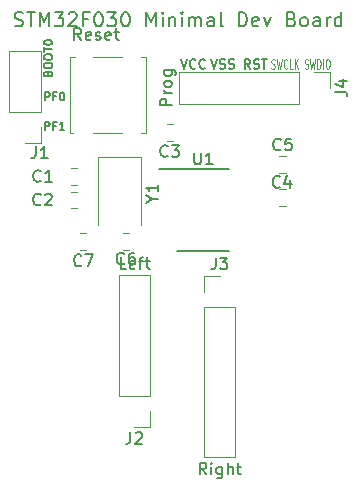
<source format=gbr>
G04 #@! TF.GenerationSoftware,KiCad,Pcbnew,5.1.2*
G04 #@! TF.CreationDate,2019-05-06T18:14:36-05:00*
G04 #@! TF.ProjectId,STM32F030Minimal,53544d33-3246-4303-9330-4d696e696d61,rev?*
G04 #@! TF.SameCoordinates,Original*
G04 #@! TF.FileFunction,Legend,Top*
G04 #@! TF.FilePolarity,Positive*
%FSLAX46Y46*%
G04 Gerber Fmt 4.6, Leading zero omitted, Abs format (unit mm)*
G04 Created by KiCad (PCBNEW 5.1.2) date 2019-05-06 18:14:36*
%MOMM*%
%LPD*%
G04 APERTURE LIST*
%ADD10C,0.150000*%
%ADD11C,0.125000*%
%ADD12C,0.120000*%
G04 APERTURE END LIST*
D10*
X148433333Y-64066666D02*
X148433333Y-63366666D01*
X148700000Y-63366666D01*
X148766666Y-63400000D01*
X148800000Y-63433333D01*
X148833333Y-63500000D01*
X148833333Y-63600000D01*
X148800000Y-63666666D01*
X148766666Y-63700000D01*
X148700000Y-63733333D01*
X148433333Y-63733333D01*
X149366666Y-63700000D02*
X149133333Y-63700000D01*
X149133333Y-64066666D02*
X149133333Y-63366666D01*
X149466666Y-63366666D01*
X150100000Y-64066666D02*
X149700000Y-64066666D01*
X149900000Y-64066666D02*
X149900000Y-63366666D01*
X149833333Y-63466666D01*
X149766666Y-63533333D01*
X149700000Y-63566666D01*
X148433333Y-61566666D02*
X148433333Y-60866666D01*
X148700000Y-60866666D01*
X148766666Y-60900000D01*
X148800000Y-60933333D01*
X148833333Y-61000000D01*
X148833333Y-61100000D01*
X148800000Y-61166666D01*
X148766666Y-61200000D01*
X148700000Y-61233333D01*
X148433333Y-61233333D01*
X149366666Y-61200000D02*
X149133333Y-61200000D01*
X149133333Y-61566666D02*
X149133333Y-60866666D01*
X149466666Y-60866666D01*
X149866666Y-60866666D02*
X149933333Y-60866666D01*
X150000000Y-60900000D01*
X150033333Y-60933333D01*
X150066666Y-61000000D01*
X150100000Y-61133333D01*
X150100000Y-61300000D01*
X150066666Y-61433333D01*
X150033333Y-61500000D01*
X150000000Y-61533333D01*
X149933333Y-61566666D01*
X149866666Y-61566666D01*
X149800000Y-61533333D01*
X149766666Y-61500000D01*
X149733333Y-61433333D01*
X149700000Y-61300000D01*
X149700000Y-61133333D01*
X149733333Y-61000000D01*
X149766666Y-60933333D01*
X149800000Y-60900000D01*
X149866666Y-60866666D01*
X148700000Y-59283333D02*
X148733333Y-59183333D01*
X148766666Y-59150000D01*
X148833333Y-59116666D01*
X148933333Y-59116666D01*
X149000000Y-59150000D01*
X149033333Y-59183333D01*
X149066666Y-59250000D01*
X149066666Y-59516666D01*
X148366666Y-59516666D01*
X148366666Y-59283333D01*
X148400000Y-59216666D01*
X148433333Y-59183333D01*
X148500000Y-59150000D01*
X148566666Y-59150000D01*
X148633333Y-59183333D01*
X148666666Y-59216666D01*
X148700000Y-59283333D01*
X148700000Y-59516666D01*
X148366666Y-58683333D02*
X148366666Y-58550000D01*
X148400000Y-58483333D01*
X148466666Y-58416666D01*
X148600000Y-58383333D01*
X148833333Y-58383333D01*
X148966666Y-58416666D01*
X149033333Y-58483333D01*
X149066666Y-58550000D01*
X149066666Y-58683333D01*
X149033333Y-58750000D01*
X148966666Y-58816666D01*
X148833333Y-58850000D01*
X148600000Y-58850000D01*
X148466666Y-58816666D01*
X148400000Y-58750000D01*
X148366666Y-58683333D01*
X148366666Y-57950000D02*
X148366666Y-57816666D01*
X148400000Y-57750000D01*
X148466666Y-57683333D01*
X148600000Y-57650000D01*
X148833333Y-57650000D01*
X148966666Y-57683333D01*
X149033333Y-57750000D01*
X149066666Y-57816666D01*
X149066666Y-57950000D01*
X149033333Y-58016666D01*
X148966666Y-58083333D01*
X148833333Y-58116666D01*
X148600000Y-58116666D01*
X148466666Y-58083333D01*
X148400000Y-58016666D01*
X148366666Y-57950000D01*
X148366666Y-57450000D02*
X148366666Y-57050000D01*
X149066666Y-57250000D02*
X148366666Y-57250000D01*
X148366666Y-56683333D02*
X148366666Y-56616666D01*
X148400000Y-56550000D01*
X148433333Y-56516666D01*
X148500000Y-56483333D01*
X148633333Y-56450000D01*
X148800000Y-56450000D01*
X148933333Y-56483333D01*
X149000000Y-56516666D01*
X149033333Y-56550000D01*
X149066666Y-56616666D01*
X149066666Y-56683333D01*
X149033333Y-56750000D01*
X149000000Y-56783333D01*
X148933333Y-56816666D01*
X148800000Y-56850000D01*
X148633333Y-56850000D01*
X148500000Y-56816666D01*
X148433333Y-56783333D01*
X148400000Y-56750000D01*
X148366666Y-56683333D01*
D11*
X170440476Y-58823809D02*
X170511904Y-58861904D01*
X170630952Y-58861904D01*
X170678571Y-58823809D01*
X170702380Y-58785714D01*
X170726190Y-58709523D01*
X170726190Y-58633333D01*
X170702380Y-58557142D01*
X170678571Y-58519047D01*
X170630952Y-58480952D01*
X170535714Y-58442857D01*
X170488095Y-58404761D01*
X170464285Y-58366666D01*
X170440476Y-58290476D01*
X170440476Y-58214285D01*
X170464285Y-58138095D01*
X170488095Y-58100000D01*
X170535714Y-58061904D01*
X170654761Y-58061904D01*
X170726190Y-58100000D01*
X170892857Y-58061904D02*
X171011904Y-58861904D01*
X171107142Y-58290476D01*
X171202380Y-58861904D01*
X171321428Y-58061904D01*
X171511904Y-58861904D02*
X171511904Y-58061904D01*
X171630952Y-58061904D01*
X171702380Y-58100000D01*
X171750000Y-58176190D01*
X171773809Y-58252380D01*
X171797619Y-58404761D01*
X171797619Y-58519047D01*
X171773809Y-58671428D01*
X171750000Y-58747619D01*
X171702380Y-58823809D01*
X171630952Y-58861904D01*
X171511904Y-58861904D01*
X172011904Y-58861904D02*
X172011904Y-58061904D01*
X172345238Y-58061904D02*
X172440476Y-58061904D01*
X172488095Y-58100000D01*
X172535714Y-58176190D01*
X172559523Y-58328571D01*
X172559523Y-58595238D01*
X172535714Y-58747619D01*
X172488095Y-58823809D01*
X172440476Y-58861904D01*
X172345238Y-58861904D01*
X172297619Y-58823809D01*
X172250000Y-58747619D01*
X172226190Y-58595238D01*
X172226190Y-58328571D01*
X172250000Y-58176190D01*
X172297619Y-58100000D01*
X172345238Y-58061904D01*
X167619047Y-58823809D02*
X167690476Y-58861904D01*
X167809523Y-58861904D01*
X167857142Y-58823809D01*
X167880952Y-58785714D01*
X167904761Y-58709523D01*
X167904761Y-58633333D01*
X167880952Y-58557142D01*
X167857142Y-58519047D01*
X167809523Y-58480952D01*
X167714285Y-58442857D01*
X167666666Y-58404761D01*
X167642857Y-58366666D01*
X167619047Y-58290476D01*
X167619047Y-58214285D01*
X167642857Y-58138095D01*
X167666666Y-58100000D01*
X167714285Y-58061904D01*
X167833333Y-58061904D01*
X167904761Y-58100000D01*
X168071428Y-58061904D02*
X168190476Y-58861904D01*
X168285714Y-58290476D01*
X168380952Y-58861904D01*
X168500000Y-58061904D01*
X168976190Y-58785714D02*
X168952380Y-58823809D01*
X168880952Y-58861904D01*
X168833333Y-58861904D01*
X168761904Y-58823809D01*
X168714285Y-58747619D01*
X168690476Y-58671428D01*
X168666666Y-58519047D01*
X168666666Y-58404761D01*
X168690476Y-58252380D01*
X168714285Y-58176190D01*
X168761904Y-58100000D01*
X168833333Y-58061904D01*
X168880952Y-58061904D01*
X168952380Y-58100000D01*
X168976190Y-58138095D01*
X169428571Y-58861904D02*
X169190476Y-58861904D01*
X169190476Y-58061904D01*
X169595238Y-58861904D02*
X169595238Y-58061904D01*
X169880952Y-58861904D02*
X169666666Y-58404761D01*
X169880952Y-58061904D02*
X169595238Y-58519047D01*
D10*
X165811904Y-58861904D02*
X165545238Y-58480952D01*
X165354761Y-58861904D02*
X165354761Y-58061904D01*
X165659523Y-58061904D01*
X165735714Y-58100000D01*
X165773809Y-58138095D01*
X165811904Y-58214285D01*
X165811904Y-58328571D01*
X165773809Y-58404761D01*
X165735714Y-58442857D01*
X165659523Y-58480952D01*
X165354761Y-58480952D01*
X166116666Y-58823809D02*
X166230952Y-58861904D01*
X166421428Y-58861904D01*
X166497619Y-58823809D01*
X166535714Y-58785714D01*
X166573809Y-58709523D01*
X166573809Y-58633333D01*
X166535714Y-58557142D01*
X166497619Y-58519047D01*
X166421428Y-58480952D01*
X166269047Y-58442857D01*
X166192857Y-58404761D01*
X166154761Y-58366666D01*
X166116666Y-58290476D01*
X166116666Y-58214285D01*
X166154761Y-58138095D01*
X166192857Y-58100000D01*
X166269047Y-58061904D01*
X166459523Y-58061904D01*
X166573809Y-58100000D01*
X166802380Y-58061904D02*
X167259523Y-58061904D01*
X167030952Y-58861904D02*
X167030952Y-58061904D01*
X162471428Y-58061904D02*
X162738095Y-58861904D01*
X163004761Y-58061904D01*
X163233333Y-58823809D02*
X163347619Y-58861904D01*
X163538095Y-58861904D01*
X163614285Y-58823809D01*
X163652380Y-58785714D01*
X163690476Y-58709523D01*
X163690476Y-58633333D01*
X163652380Y-58557142D01*
X163614285Y-58519047D01*
X163538095Y-58480952D01*
X163385714Y-58442857D01*
X163309523Y-58404761D01*
X163271428Y-58366666D01*
X163233333Y-58290476D01*
X163233333Y-58214285D01*
X163271428Y-58138095D01*
X163309523Y-58100000D01*
X163385714Y-58061904D01*
X163576190Y-58061904D01*
X163690476Y-58100000D01*
X163995238Y-58823809D02*
X164109523Y-58861904D01*
X164300000Y-58861904D01*
X164376190Y-58823809D01*
X164414285Y-58785714D01*
X164452380Y-58709523D01*
X164452380Y-58633333D01*
X164414285Y-58557142D01*
X164376190Y-58519047D01*
X164300000Y-58480952D01*
X164147619Y-58442857D01*
X164071428Y-58404761D01*
X164033333Y-58366666D01*
X163995238Y-58290476D01*
X163995238Y-58214285D01*
X164033333Y-58138095D01*
X164071428Y-58100000D01*
X164147619Y-58061904D01*
X164338095Y-58061904D01*
X164452380Y-58100000D01*
X159933333Y-58061904D02*
X160200000Y-58861904D01*
X160466666Y-58061904D01*
X161190476Y-58785714D02*
X161152380Y-58823809D01*
X161038095Y-58861904D01*
X160961904Y-58861904D01*
X160847619Y-58823809D01*
X160771428Y-58747619D01*
X160733333Y-58671428D01*
X160695238Y-58519047D01*
X160695238Y-58404761D01*
X160733333Y-58252380D01*
X160771428Y-58176190D01*
X160847619Y-58100000D01*
X160961904Y-58061904D01*
X161038095Y-58061904D01*
X161152380Y-58100000D01*
X161190476Y-58138095D01*
X161990476Y-58785714D02*
X161952380Y-58823809D01*
X161838095Y-58861904D01*
X161761904Y-58861904D01*
X161647619Y-58823809D01*
X161571428Y-58747619D01*
X161533333Y-58671428D01*
X161495238Y-58519047D01*
X161495238Y-58404761D01*
X161533333Y-58252380D01*
X161571428Y-58176190D01*
X161647619Y-58100000D01*
X161761904Y-58061904D01*
X161838095Y-58061904D01*
X161952380Y-58100000D01*
X161990476Y-58138095D01*
X145892857Y-55235714D02*
X146064285Y-55292857D01*
X146350000Y-55292857D01*
X146464285Y-55235714D01*
X146521428Y-55178571D01*
X146578571Y-55064285D01*
X146578571Y-54950000D01*
X146521428Y-54835714D01*
X146464285Y-54778571D01*
X146350000Y-54721428D01*
X146121428Y-54664285D01*
X146007142Y-54607142D01*
X145950000Y-54550000D01*
X145892857Y-54435714D01*
X145892857Y-54321428D01*
X145950000Y-54207142D01*
X146007142Y-54150000D01*
X146121428Y-54092857D01*
X146407142Y-54092857D01*
X146578571Y-54150000D01*
X146921428Y-54092857D02*
X147607142Y-54092857D01*
X147264285Y-55292857D02*
X147264285Y-54092857D01*
X148007142Y-55292857D02*
X148007142Y-54092857D01*
X148407142Y-54950000D01*
X148807142Y-54092857D01*
X148807142Y-55292857D01*
X149264285Y-54092857D02*
X150007142Y-54092857D01*
X149607142Y-54550000D01*
X149778571Y-54550000D01*
X149892857Y-54607142D01*
X149950000Y-54664285D01*
X150007142Y-54778571D01*
X150007142Y-55064285D01*
X149950000Y-55178571D01*
X149892857Y-55235714D01*
X149778571Y-55292857D01*
X149435714Y-55292857D01*
X149321428Y-55235714D01*
X149264285Y-55178571D01*
X150464285Y-54207142D02*
X150521428Y-54150000D01*
X150635714Y-54092857D01*
X150921428Y-54092857D01*
X151035714Y-54150000D01*
X151092857Y-54207142D01*
X151150000Y-54321428D01*
X151150000Y-54435714D01*
X151092857Y-54607142D01*
X150407142Y-55292857D01*
X151150000Y-55292857D01*
X152064285Y-54664285D02*
X151664285Y-54664285D01*
X151664285Y-55292857D02*
X151664285Y-54092857D01*
X152235714Y-54092857D01*
X152921428Y-54092857D02*
X153035714Y-54092857D01*
X153150000Y-54150000D01*
X153207142Y-54207142D01*
X153264285Y-54321428D01*
X153321428Y-54550000D01*
X153321428Y-54835714D01*
X153264285Y-55064285D01*
X153207142Y-55178571D01*
X153150000Y-55235714D01*
X153035714Y-55292857D01*
X152921428Y-55292857D01*
X152807142Y-55235714D01*
X152750000Y-55178571D01*
X152692857Y-55064285D01*
X152635714Y-54835714D01*
X152635714Y-54550000D01*
X152692857Y-54321428D01*
X152750000Y-54207142D01*
X152807142Y-54150000D01*
X152921428Y-54092857D01*
X153721428Y-54092857D02*
X154464285Y-54092857D01*
X154064285Y-54550000D01*
X154235714Y-54550000D01*
X154350000Y-54607142D01*
X154407142Y-54664285D01*
X154464285Y-54778571D01*
X154464285Y-55064285D01*
X154407142Y-55178571D01*
X154350000Y-55235714D01*
X154235714Y-55292857D01*
X153892857Y-55292857D01*
X153778571Y-55235714D01*
X153721428Y-55178571D01*
X155207142Y-54092857D02*
X155321428Y-54092857D01*
X155435714Y-54150000D01*
X155492857Y-54207142D01*
X155550000Y-54321428D01*
X155607142Y-54550000D01*
X155607142Y-54835714D01*
X155550000Y-55064285D01*
X155492857Y-55178571D01*
X155435714Y-55235714D01*
X155321428Y-55292857D01*
X155207142Y-55292857D01*
X155092857Y-55235714D01*
X155035714Y-55178571D01*
X154978571Y-55064285D01*
X154921428Y-54835714D01*
X154921428Y-54550000D01*
X154978571Y-54321428D01*
X155035714Y-54207142D01*
X155092857Y-54150000D01*
X155207142Y-54092857D01*
X157035714Y-55292857D02*
X157035714Y-54092857D01*
X157435714Y-54950000D01*
X157835714Y-54092857D01*
X157835714Y-55292857D01*
X158407142Y-55292857D02*
X158407142Y-54492857D01*
X158407142Y-54092857D02*
X158350000Y-54150000D01*
X158407142Y-54207142D01*
X158464285Y-54150000D01*
X158407142Y-54092857D01*
X158407142Y-54207142D01*
X158978571Y-54492857D02*
X158978571Y-55292857D01*
X158978571Y-54607142D02*
X159035714Y-54550000D01*
X159150000Y-54492857D01*
X159321428Y-54492857D01*
X159435714Y-54550000D01*
X159492857Y-54664285D01*
X159492857Y-55292857D01*
X160064285Y-55292857D02*
X160064285Y-54492857D01*
X160064285Y-54092857D02*
X160007142Y-54150000D01*
X160064285Y-54207142D01*
X160121428Y-54150000D01*
X160064285Y-54092857D01*
X160064285Y-54207142D01*
X160635714Y-55292857D02*
X160635714Y-54492857D01*
X160635714Y-54607142D02*
X160692857Y-54550000D01*
X160807142Y-54492857D01*
X160978571Y-54492857D01*
X161092857Y-54550000D01*
X161150000Y-54664285D01*
X161150000Y-55292857D01*
X161150000Y-54664285D02*
X161207142Y-54550000D01*
X161321428Y-54492857D01*
X161492857Y-54492857D01*
X161607142Y-54550000D01*
X161664285Y-54664285D01*
X161664285Y-55292857D01*
X162750000Y-55292857D02*
X162750000Y-54664285D01*
X162692857Y-54550000D01*
X162578571Y-54492857D01*
X162350000Y-54492857D01*
X162235714Y-54550000D01*
X162750000Y-55235714D02*
X162635714Y-55292857D01*
X162350000Y-55292857D01*
X162235714Y-55235714D01*
X162178571Y-55121428D01*
X162178571Y-55007142D01*
X162235714Y-54892857D01*
X162350000Y-54835714D01*
X162635714Y-54835714D01*
X162750000Y-54778571D01*
X163492857Y-55292857D02*
X163378571Y-55235714D01*
X163321428Y-55121428D01*
X163321428Y-54092857D01*
X164864285Y-55292857D02*
X164864285Y-54092857D01*
X165150000Y-54092857D01*
X165321428Y-54150000D01*
X165435714Y-54264285D01*
X165492857Y-54378571D01*
X165550000Y-54607142D01*
X165550000Y-54778571D01*
X165492857Y-55007142D01*
X165435714Y-55121428D01*
X165321428Y-55235714D01*
X165150000Y-55292857D01*
X164864285Y-55292857D01*
X166521428Y-55235714D02*
X166407142Y-55292857D01*
X166178571Y-55292857D01*
X166064285Y-55235714D01*
X166007142Y-55121428D01*
X166007142Y-54664285D01*
X166064285Y-54550000D01*
X166178571Y-54492857D01*
X166407142Y-54492857D01*
X166521428Y-54550000D01*
X166578571Y-54664285D01*
X166578571Y-54778571D01*
X166007142Y-54892857D01*
X166978571Y-54492857D02*
X167264285Y-55292857D01*
X167550000Y-54492857D01*
X169321428Y-54664285D02*
X169492857Y-54721428D01*
X169549999Y-54778571D01*
X169607142Y-54892857D01*
X169607142Y-55064285D01*
X169549999Y-55178571D01*
X169492857Y-55235714D01*
X169378571Y-55292857D01*
X168921428Y-55292857D01*
X168921428Y-54092857D01*
X169321428Y-54092857D01*
X169435714Y-54150000D01*
X169492857Y-54207142D01*
X169549999Y-54321428D01*
X169549999Y-54435714D01*
X169492857Y-54550000D01*
X169435714Y-54607142D01*
X169321428Y-54664285D01*
X168921428Y-54664285D01*
X170292857Y-55292857D02*
X170178571Y-55235714D01*
X170121428Y-55178571D01*
X170064285Y-55064285D01*
X170064285Y-54721428D01*
X170121428Y-54607142D01*
X170178571Y-54550000D01*
X170292857Y-54492857D01*
X170464285Y-54492857D01*
X170578571Y-54550000D01*
X170635714Y-54607142D01*
X170692857Y-54721428D01*
X170692857Y-55064285D01*
X170635714Y-55178571D01*
X170578571Y-55235714D01*
X170464285Y-55292857D01*
X170292857Y-55292857D01*
X171721428Y-55292857D02*
X171721428Y-54664285D01*
X171664285Y-54550000D01*
X171550000Y-54492857D01*
X171321428Y-54492857D01*
X171207142Y-54550000D01*
X171721428Y-55235714D02*
X171607142Y-55292857D01*
X171321428Y-55292857D01*
X171207142Y-55235714D01*
X171150000Y-55121428D01*
X171150000Y-55007142D01*
X171207142Y-54892857D01*
X171321428Y-54835714D01*
X171607142Y-54835714D01*
X171721428Y-54778571D01*
X172292857Y-55292857D02*
X172292857Y-54492857D01*
X172292857Y-54721428D02*
X172350000Y-54607142D01*
X172407142Y-54550000D01*
X172521428Y-54492857D01*
X172635714Y-54492857D01*
X173550000Y-55292857D02*
X173550000Y-54092857D01*
X173550000Y-55235714D02*
X173435714Y-55292857D01*
X173207142Y-55292857D01*
X173092857Y-55235714D01*
X173035714Y-55178571D01*
X172978571Y-55064285D01*
X172978571Y-54721428D01*
X173035714Y-54607142D01*
X173092857Y-54550000D01*
X173207142Y-54492857D01*
X173435714Y-54492857D01*
X173550000Y-54550000D01*
D12*
X151196078Y-67290000D02*
X150678922Y-67290000D01*
X151196078Y-68710000D02*
X150678922Y-68710000D01*
X151196078Y-70710000D02*
X150678922Y-70710000D01*
X151196078Y-69290000D02*
X150678922Y-69290000D01*
X159258578Y-64960000D02*
X158741422Y-64960000D01*
X159258578Y-63540000D02*
X158741422Y-63540000D01*
X168303922Y-70460000D02*
X168821078Y-70460000D01*
X168303922Y-69040000D02*
X168821078Y-69040000D01*
X168303922Y-66290000D02*
X168821078Y-66290000D01*
X168303922Y-67710000D02*
X168821078Y-67710000D01*
X155571078Y-72790000D02*
X155053922Y-72790000D01*
X155571078Y-74210000D02*
X155053922Y-74210000D01*
X151946078Y-74210000D02*
X151428922Y-74210000D01*
X151946078Y-72790000D02*
X151428922Y-72790000D01*
X148080000Y-57420000D02*
X145420000Y-57420000D01*
X148080000Y-62560000D02*
X148080000Y-57420000D01*
X145420000Y-62560000D02*
X145420000Y-57420000D01*
X148080000Y-62560000D02*
X145420000Y-62560000D01*
X148080000Y-63830000D02*
X148080000Y-65160000D01*
X148080000Y-65160000D02*
X146750000Y-65160000D01*
X157350000Y-76380000D02*
X154690000Y-76380000D01*
X157350000Y-86600000D02*
X157350000Y-76380000D01*
X154690000Y-86600000D02*
X154690000Y-76380000D01*
X157350000Y-86600000D02*
X154690000Y-86600000D01*
X157350000Y-87870000D02*
X157350000Y-89200000D01*
X157350000Y-89200000D02*
X156020000Y-89200000D01*
X161900000Y-91780000D02*
X164560000Y-91780000D01*
X161900000Y-79020000D02*
X161900000Y-91780000D01*
X164560000Y-79020000D02*
X164560000Y-91780000D01*
X161900000Y-79020000D02*
X164560000Y-79020000D01*
X161900000Y-77750000D02*
X161900000Y-76420000D01*
X161900000Y-76420000D02*
X163230000Y-76420000D01*
X172580000Y-59170000D02*
X172580000Y-60500000D01*
X171250000Y-59170000D02*
X172580000Y-59170000D01*
X169980000Y-59170000D02*
X169980000Y-61830000D01*
X169980000Y-61830000D02*
X159760000Y-61830000D01*
X169980000Y-59170000D02*
X159760000Y-59170000D01*
X159760000Y-59170000D02*
X159760000Y-61830000D01*
X150950000Y-57890000D02*
X150540000Y-57890000D01*
X150540000Y-57890000D02*
X150540000Y-64310000D01*
X150540000Y-64310000D02*
X150820000Y-64310000D01*
X152550000Y-64310000D02*
X154950000Y-64310000D01*
X156550000Y-64310000D02*
X156960000Y-64310000D01*
X156960000Y-64310000D02*
X156960000Y-57890000D01*
X156960000Y-57890000D02*
X156550000Y-57890000D01*
X154950000Y-57890000D02*
X152550000Y-57890000D01*
D10*
X159600001Y-74275001D02*
X164050001Y-74275001D01*
X158075001Y-67375001D02*
X164050001Y-67375001D01*
D12*
X156550000Y-72100000D02*
X156550000Y-66350000D01*
X156550000Y-66350000D02*
X152950000Y-66350000D01*
X152950000Y-66350000D02*
X152950000Y-72100000D01*
D10*
X148083333Y-68357142D02*
X148035714Y-68404761D01*
X147892857Y-68452380D01*
X147797619Y-68452380D01*
X147654761Y-68404761D01*
X147559523Y-68309523D01*
X147511904Y-68214285D01*
X147464285Y-68023809D01*
X147464285Y-67880952D01*
X147511904Y-67690476D01*
X147559523Y-67595238D01*
X147654761Y-67500000D01*
X147797619Y-67452380D01*
X147892857Y-67452380D01*
X148035714Y-67500000D01*
X148083333Y-67547619D01*
X149035714Y-68452380D02*
X148464285Y-68452380D01*
X148750000Y-68452380D02*
X148750000Y-67452380D01*
X148654761Y-67595238D01*
X148559523Y-67690476D01*
X148464285Y-67738095D01*
X148083333Y-70357142D02*
X148035714Y-70404761D01*
X147892857Y-70452380D01*
X147797619Y-70452380D01*
X147654761Y-70404761D01*
X147559523Y-70309523D01*
X147511904Y-70214285D01*
X147464285Y-70023809D01*
X147464285Y-69880952D01*
X147511904Y-69690476D01*
X147559523Y-69595238D01*
X147654761Y-69500000D01*
X147797619Y-69452380D01*
X147892857Y-69452380D01*
X148035714Y-69500000D01*
X148083333Y-69547619D01*
X148464285Y-69547619D02*
X148511904Y-69500000D01*
X148607142Y-69452380D01*
X148845238Y-69452380D01*
X148940476Y-69500000D01*
X148988095Y-69547619D01*
X149035714Y-69642857D01*
X149035714Y-69738095D01*
X148988095Y-69880952D01*
X148416666Y-70452380D01*
X149035714Y-70452380D01*
X158833333Y-66257142D02*
X158785714Y-66304761D01*
X158642857Y-66352380D01*
X158547619Y-66352380D01*
X158404761Y-66304761D01*
X158309523Y-66209523D01*
X158261904Y-66114285D01*
X158214285Y-65923809D01*
X158214285Y-65780952D01*
X158261904Y-65590476D01*
X158309523Y-65495238D01*
X158404761Y-65400000D01*
X158547619Y-65352380D01*
X158642857Y-65352380D01*
X158785714Y-65400000D01*
X158833333Y-65447619D01*
X159166666Y-65352380D02*
X159785714Y-65352380D01*
X159452380Y-65733333D01*
X159595238Y-65733333D01*
X159690476Y-65780952D01*
X159738095Y-65828571D01*
X159785714Y-65923809D01*
X159785714Y-66161904D01*
X159738095Y-66257142D01*
X159690476Y-66304761D01*
X159595238Y-66352380D01*
X159309523Y-66352380D01*
X159214285Y-66304761D01*
X159166666Y-66257142D01*
X168333333Y-68857142D02*
X168285714Y-68904761D01*
X168142857Y-68952380D01*
X168047619Y-68952380D01*
X167904761Y-68904761D01*
X167809523Y-68809523D01*
X167761904Y-68714285D01*
X167714285Y-68523809D01*
X167714285Y-68380952D01*
X167761904Y-68190476D01*
X167809523Y-68095238D01*
X167904761Y-68000000D01*
X168047619Y-67952380D01*
X168142857Y-67952380D01*
X168285714Y-68000000D01*
X168333333Y-68047619D01*
X169190476Y-68285714D02*
X169190476Y-68952380D01*
X168952380Y-67904761D02*
X168714285Y-68619047D01*
X169333333Y-68619047D01*
X168395833Y-65707142D02*
X168348214Y-65754761D01*
X168205357Y-65802380D01*
X168110119Y-65802380D01*
X167967261Y-65754761D01*
X167872023Y-65659523D01*
X167824404Y-65564285D01*
X167776785Y-65373809D01*
X167776785Y-65230952D01*
X167824404Y-65040476D01*
X167872023Y-64945238D01*
X167967261Y-64850000D01*
X168110119Y-64802380D01*
X168205357Y-64802380D01*
X168348214Y-64850000D01*
X168395833Y-64897619D01*
X169300595Y-64802380D02*
X168824404Y-64802380D01*
X168776785Y-65278571D01*
X168824404Y-65230952D01*
X168919642Y-65183333D01*
X169157738Y-65183333D01*
X169252976Y-65230952D01*
X169300595Y-65278571D01*
X169348214Y-65373809D01*
X169348214Y-65611904D01*
X169300595Y-65707142D01*
X169252976Y-65754761D01*
X169157738Y-65802380D01*
X168919642Y-65802380D01*
X168824404Y-65754761D01*
X168776785Y-65707142D01*
X155145833Y-75357142D02*
X155098214Y-75404761D01*
X154955357Y-75452380D01*
X154860119Y-75452380D01*
X154717261Y-75404761D01*
X154622023Y-75309523D01*
X154574404Y-75214285D01*
X154526785Y-75023809D01*
X154526785Y-74880952D01*
X154574404Y-74690476D01*
X154622023Y-74595238D01*
X154717261Y-74500000D01*
X154860119Y-74452380D01*
X154955357Y-74452380D01*
X155098214Y-74500000D01*
X155145833Y-74547619D01*
X156002976Y-74452380D02*
X155812500Y-74452380D01*
X155717261Y-74500000D01*
X155669642Y-74547619D01*
X155574404Y-74690476D01*
X155526785Y-74880952D01*
X155526785Y-75261904D01*
X155574404Y-75357142D01*
X155622023Y-75404761D01*
X155717261Y-75452380D01*
X155907738Y-75452380D01*
X156002976Y-75404761D01*
X156050595Y-75357142D01*
X156098214Y-75261904D01*
X156098214Y-75023809D01*
X156050595Y-74928571D01*
X156002976Y-74880952D01*
X155907738Y-74833333D01*
X155717261Y-74833333D01*
X155622023Y-74880952D01*
X155574404Y-74928571D01*
X155526785Y-75023809D01*
X151520833Y-75507142D02*
X151473214Y-75554761D01*
X151330357Y-75602380D01*
X151235119Y-75602380D01*
X151092261Y-75554761D01*
X150997023Y-75459523D01*
X150949404Y-75364285D01*
X150901785Y-75173809D01*
X150901785Y-75030952D01*
X150949404Y-74840476D01*
X150997023Y-74745238D01*
X151092261Y-74650000D01*
X151235119Y-74602380D01*
X151330357Y-74602380D01*
X151473214Y-74650000D01*
X151520833Y-74697619D01*
X151854166Y-74602380D02*
X152520833Y-74602380D01*
X152092261Y-75602380D01*
X147666666Y-65452380D02*
X147666666Y-66166666D01*
X147619047Y-66309523D01*
X147523809Y-66404761D01*
X147380952Y-66452380D01*
X147285714Y-66452380D01*
X148666666Y-66452380D02*
X148095238Y-66452380D01*
X148380952Y-66452380D02*
X148380952Y-65452380D01*
X148285714Y-65595238D01*
X148190476Y-65690476D01*
X148095238Y-65738095D01*
X155686666Y-89652380D02*
X155686666Y-90366666D01*
X155639047Y-90509523D01*
X155543809Y-90604761D01*
X155400952Y-90652380D01*
X155305714Y-90652380D01*
X156115238Y-89747619D02*
X156162857Y-89700000D01*
X156258095Y-89652380D01*
X156496190Y-89652380D01*
X156591428Y-89700000D01*
X156639047Y-89747619D01*
X156686666Y-89842857D01*
X156686666Y-89938095D01*
X156639047Y-90080952D01*
X156067619Y-90652380D01*
X156686666Y-90652380D01*
X155329523Y-75832380D02*
X154853333Y-75832380D01*
X154853333Y-74832380D01*
X156043809Y-75784761D02*
X155948571Y-75832380D01*
X155758095Y-75832380D01*
X155662857Y-75784761D01*
X155615238Y-75689523D01*
X155615238Y-75308571D01*
X155662857Y-75213333D01*
X155758095Y-75165714D01*
X155948571Y-75165714D01*
X156043809Y-75213333D01*
X156091428Y-75308571D01*
X156091428Y-75403809D01*
X155615238Y-75499047D01*
X156377142Y-75165714D02*
X156758095Y-75165714D01*
X156520000Y-75832380D02*
X156520000Y-74975238D01*
X156567619Y-74880000D01*
X156662857Y-74832380D01*
X156758095Y-74832380D01*
X156948571Y-75165714D02*
X157329523Y-75165714D01*
X157091428Y-74832380D02*
X157091428Y-75689523D01*
X157139047Y-75784761D01*
X157234285Y-75832380D01*
X157329523Y-75832380D01*
X162896666Y-74872380D02*
X162896666Y-75586666D01*
X162849047Y-75729523D01*
X162753809Y-75824761D01*
X162610952Y-75872380D01*
X162515714Y-75872380D01*
X163277619Y-74872380D02*
X163896666Y-74872380D01*
X163563333Y-75253333D01*
X163706190Y-75253333D01*
X163801428Y-75300952D01*
X163849047Y-75348571D01*
X163896666Y-75443809D01*
X163896666Y-75681904D01*
X163849047Y-75777142D01*
X163801428Y-75824761D01*
X163706190Y-75872380D01*
X163420476Y-75872380D01*
X163325238Y-75824761D01*
X163277619Y-75777142D01*
X162110952Y-93232380D02*
X161777619Y-92756190D01*
X161539523Y-93232380D02*
X161539523Y-92232380D01*
X161920476Y-92232380D01*
X162015714Y-92280000D01*
X162063333Y-92327619D01*
X162110952Y-92422857D01*
X162110952Y-92565714D01*
X162063333Y-92660952D01*
X162015714Y-92708571D01*
X161920476Y-92756190D01*
X161539523Y-92756190D01*
X162539523Y-93232380D02*
X162539523Y-92565714D01*
X162539523Y-92232380D02*
X162491904Y-92280000D01*
X162539523Y-92327619D01*
X162587142Y-92280000D01*
X162539523Y-92232380D01*
X162539523Y-92327619D01*
X163444285Y-92565714D02*
X163444285Y-93375238D01*
X163396666Y-93470476D01*
X163349047Y-93518095D01*
X163253809Y-93565714D01*
X163110952Y-93565714D01*
X163015714Y-93518095D01*
X163444285Y-93184761D02*
X163349047Y-93232380D01*
X163158571Y-93232380D01*
X163063333Y-93184761D01*
X163015714Y-93137142D01*
X162968095Y-93041904D01*
X162968095Y-92756190D01*
X163015714Y-92660952D01*
X163063333Y-92613333D01*
X163158571Y-92565714D01*
X163349047Y-92565714D01*
X163444285Y-92613333D01*
X163920476Y-93232380D02*
X163920476Y-92232380D01*
X164349047Y-93232380D02*
X164349047Y-92708571D01*
X164301428Y-92613333D01*
X164206190Y-92565714D01*
X164063333Y-92565714D01*
X163968095Y-92613333D01*
X163920476Y-92660952D01*
X164682380Y-92565714D02*
X165063333Y-92565714D01*
X164825238Y-92232380D02*
X164825238Y-93089523D01*
X164872857Y-93184761D01*
X164968095Y-93232380D01*
X165063333Y-93232380D01*
X173032380Y-60833333D02*
X173746666Y-60833333D01*
X173889523Y-60880952D01*
X173984761Y-60976190D01*
X174032380Y-61119047D01*
X174032380Y-61214285D01*
X173365714Y-59928571D02*
X174032380Y-59928571D01*
X172984761Y-60166666D02*
X173699047Y-60404761D01*
X173699047Y-59785714D01*
X159202380Y-61976190D02*
X158202380Y-61976190D01*
X158202380Y-61595238D01*
X158250000Y-61500000D01*
X158297619Y-61452380D01*
X158392857Y-61404761D01*
X158535714Y-61404761D01*
X158630952Y-61452380D01*
X158678571Y-61500000D01*
X158726190Y-61595238D01*
X158726190Y-61976190D01*
X159202380Y-60976190D02*
X158535714Y-60976190D01*
X158726190Y-60976190D02*
X158630952Y-60928571D01*
X158583333Y-60880952D01*
X158535714Y-60785714D01*
X158535714Y-60690476D01*
X159202380Y-60214285D02*
X159154761Y-60309523D01*
X159107142Y-60357142D01*
X159011904Y-60404761D01*
X158726190Y-60404761D01*
X158630952Y-60357142D01*
X158583333Y-60309523D01*
X158535714Y-60214285D01*
X158535714Y-60071428D01*
X158583333Y-59976190D01*
X158630952Y-59928571D01*
X158726190Y-59880952D01*
X159011904Y-59880952D01*
X159107142Y-59928571D01*
X159154761Y-59976190D01*
X159202380Y-60071428D01*
X159202380Y-60214285D01*
X158535714Y-59023809D02*
X159345238Y-59023809D01*
X159440476Y-59071428D01*
X159488095Y-59119047D01*
X159535714Y-59214285D01*
X159535714Y-59357142D01*
X159488095Y-59452380D01*
X159154761Y-59023809D02*
X159202380Y-59119047D01*
X159202380Y-59309523D01*
X159154761Y-59404761D01*
X159107142Y-59452380D01*
X159011904Y-59500000D01*
X158726190Y-59500000D01*
X158630952Y-59452380D01*
X158583333Y-59404761D01*
X158535714Y-59309523D01*
X158535714Y-59119047D01*
X158583333Y-59023809D01*
X151511904Y-56452380D02*
X151178571Y-55976190D01*
X150940476Y-56452380D02*
X150940476Y-55452380D01*
X151321428Y-55452380D01*
X151416666Y-55500000D01*
X151464285Y-55547619D01*
X151511904Y-55642857D01*
X151511904Y-55785714D01*
X151464285Y-55880952D01*
X151416666Y-55928571D01*
X151321428Y-55976190D01*
X150940476Y-55976190D01*
X152321428Y-56404761D02*
X152226190Y-56452380D01*
X152035714Y-56452380D01*
X151940476Y-56404761D01*
X151892857Y-56309523D01*
X151892857Y-55928571D01*
X151940476Y-55833333D01*
X152035714Y-55785714D01*
X152226190Y-55785714D01*
X152321428Y-55833333D01*
X152369047Y-55928571D01*
X152369047Y-56023809D01*
X151892857Y-56119047D01*
X152750000Y-56404761D02*
X152845238Y-56452380D01*
X153035714Y-56452380D01*
X153130952Y-56404761D01*
X153178571Y-56309523D01*
X153178571Y-56261904D01*
X153130952Y-56166666D01*
X153035714Y-56119047D01*
X152892857Y-56119047D01*
X152797619Y-56071428D01*
X152750000Y-55976190D01*
X152750000Y-55928571D01*
X152797619Y-55833333D01*
X152892857Y-55785714D01*
X153035714Y-55785714D01*
X153130952Y-55833333D01*
X153988095Y-56404761D02*
X153892857Y-56452380D01*
X153702380Y-56452380D01*
X153607142Y-56404761D01*
X153559523Y-56309523D01*
X153559523Y-55928571D01*
X153607142Y-55833333D01*
X153702380Y-55785714D01*
X153892857Y-55785714D01*
X153988095Y-55833333D01*
X154035714Y-55928571D01*
X154035714Y-56023809D01*
X153559523Y-56119047D01*
X154321428Y-55785714D02*
X154702380Y-55785714D01*
X154464285Y-55452380D02*
X154464285Y-56309523D01*
X154511904Y-56404761D01*
X154607142Y-56452380D01*
X154702380Y-56452380D01*
X161063096Y-65977381D02*
X161063096Y-66786905D01*
X161110715Y-66882143D01*
X161158334Y-66929762D01*
X161253572Y-66977381D01*
X161444048Y-66977381D01*
X161539286Y-66929762D01*
X161586905Y-66882143D01*
X161634524Y-66786905D01*
X161634524Y-65977381D01*
X162634524Y-66977381D02*
X162063096Y-66977381D01*
X162348810Y-66977381D02*
X162348810Y-65977381D01*
X162253572Y-66120239D01*
X162158334Y-66215477D01*
X162063096Y-66263096D01*
X157526190Y-69876190D02*
X158002380Y-69876190D01*
X157002380Y-70209523D02*
X157526190Y-69876190D01*
X157002380Y-69542857D01*
X158002380Y-68685714D02*
X158002380Y-69257142D01*
X158002380Y-68971428D02*
X157002380Y-68971428D01*
X157145238Y-69066666D01*
X157240476Y-69161904D01*
X157288095Y-69257142D01*
M02*

</source>
